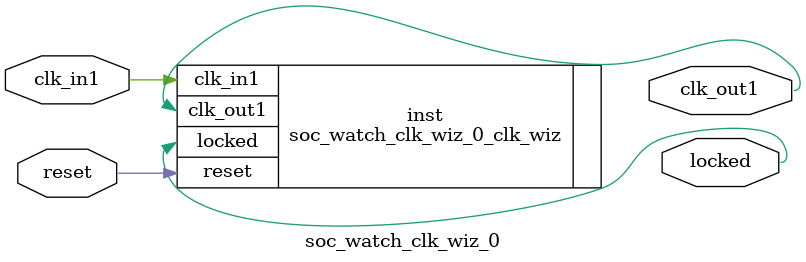
<source format=v>


`timescale 1ps/1ps

(* CORE_GENERATION_INFO = "soc_watch_clk_wiz_0,clk_wiz_v6_0_15_0_0,{component_name=soc_watch_clk_wiz_0,use_phase_alignment=true,use_min_o_jitter=false,use_max_i_jitter=false,use_dyn_phase_shift=false,use_inclk_switchover=false,use_dyn_reconfig=false,enable_axi=0,feedback_source=FDBK_AUTO,PRIMITIVE=MMCM,num_out_clk=1,clkin1_period=10.000,clkin2_period=10.000,use_power_down=false,use_reset=true,use_locked=true,use_inclk_stopped=false,feedback_type=SINGLE,CLOCK_MGR_TYPE=NA,manual_override=false}" *)

module soc_watch_clk_wiz_0 
 (
  // Clock out ports
  output        clk_out1,
  // Status and control signals
  input         reset,
  output        locked,
 // Clock in ports
  input         clk_in1
 );

  soc_watch_clk_wiz_0_clk_wiz inst
  (
  // Clock out ports  
  .clk_out1(clk_out1),
  // Status and control signals               
  .reset(reset), 
  .locked(locked),
 // Clock in ports
  .clk_in1(clk_in1)
  );

endmodule

</source>
